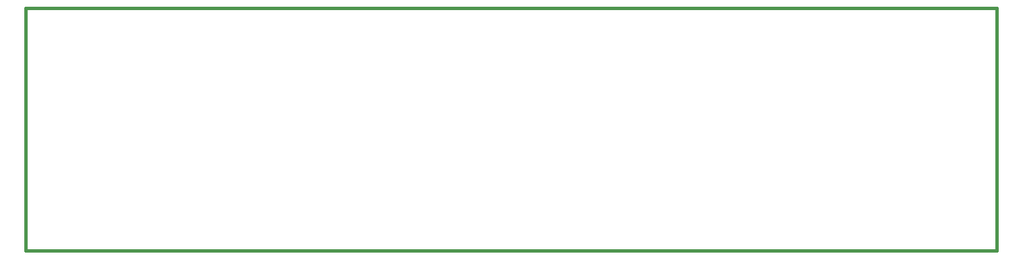
<source format=gbr>
G04 (created by PCBNEW-RS274X (2012-01-19 BZR 3256)-stable) date 11/11/2013 9:04:22 PM*
G01*
G70*
G90*
%MOIN*%
G04 Gerber Fmt 3.4, Leading zero omitted, Abs format*
%FSLAX34Y34*%
G04 APERTURE LIST*
%ADD10C,0.006000*%
%ADD11C,0.015000*%
G04 APERTURE END LIST*
G54D10*
G54D11*
X84000Y-47000D02*
X77000Y-47000D01*
X84000Y-35000D02*
X84000Y-47000D01*
X36000Y-35000D02*
X84000Y-35000D01*
X54000Y-47000D02*
X77000Y-47000D01*
X36000Y-35000D02*
X36000Y-36000D01*
X36000Y-47000D02*
X54000Y-47000D01*
X36000Y-47000D02*
X36000Y-36000D01*
M02*

</source>
